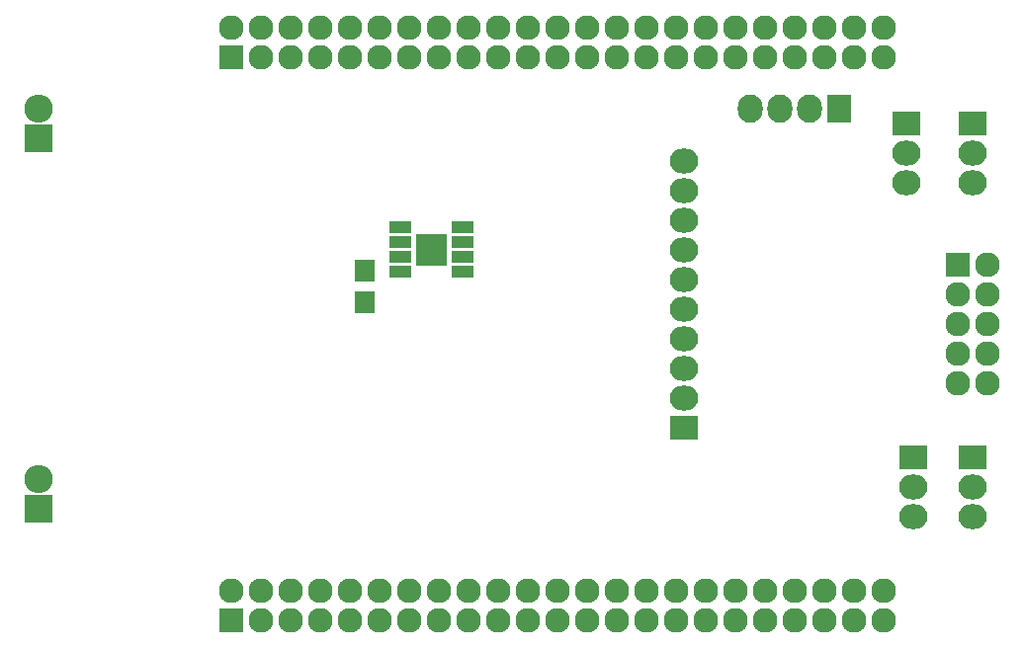
<source format=gbr>
G04 #@! TF.FileFunction,Soldermask,Bot*
%FSLAX46Y46*%
G04 Gerber Fmt 4.6, Leading zero omitted, Abs format (unit mm)*
G04 Created by KiCad (PCBNEW 4.0.3-1.fc24-product) date Sun Feb 19 21:37:44 2017*
%MOMM*%
%LPD*%
G01*
G04 APERTURE LIST*
%ADD10C,0.100000*%
%ADD11R,2.432000X2.432000*%
%ADD12O,2.432000X2.432000*%
%ADD13R,2.127200X2.127200*%
%ADD14O,2.127200X2.127200*%
%ADD15R,2.127200X2.432000*%
%ADD16O,2.127200X2.432000*%
%ADD17R,2.432000X2.127200*%
%ADD18O,2.432000X2.127200*%
%ADD19R,1.700000X1.900000*%
%ADD20R,1.950000X1.000000*%
%ADD21R,1.575000X1.575000*%
G04 APERTURE END LIST*
D10*
D11*
X27940000Y-36830000D03*
D12*
X27940000Y-34290000D03*
D11*
X27940000Y-68580000D03*
D12*
X27940000Y-66040000D03*
D13*
X44450000Y-78105000D03*
D14*
X44450000Y-75565000D03*
X46990000Y-78105000D03*
X46990000Y-75565000D03*
X49530000Y-78105000D03*
X49530000Y-75565000D03*
X52070000Y-78105000D03*
X52070000Y-75565000D03*
X54610000Y-78105000D03*
X54610000Y-75565000D03*
X57150000Y-78105000D03*
X57150000Y-75565000D03*
X59690000Y-78105000D03*
X59690000Y-75565000D03*
X62230000Y-78105000D03*
X62230000Y-75565000D03*
X64770000Y-78105000D03*
X64770000Y-75565000D03*
X67310000Y-78105000D03*
X67310000Y-75565000D03*
X69850000Y-78105000D03*
X69850000Y-75565000D03*
X72390000Y-78105000D03*
X72390000Y-75565000D03*
X74930000Y-78105000D03*
X74930000Y-75565000D03*
X77470000Y-78105000D03*
X77470000Y-75565000D03*
X80010000Y-78105000D03*
X80010000Y-75565000D03*
X82550000Y-78105000D03*
X82550000Y-75565000D03*
X85090000Y-78105000D03*
X85090000Y-75565000D03*
X87630000Y-78105000D03*
X87630000Y-75565000D03*
X90170000Y-78105000D03*
X90170000Y-75565000D03*
X92710000Y-78105000D03*
X92710000Y-75565000D03*
X95250000Y-78105000D03*
X95250000Y-75565000D03*
X97790000Y-78105000D03*
X97790000Y-75565000D03*
X100330000Y-78105000D03*
X100330000Y-75565000D03*
D13*
X44450000Y-29845000D03*
D14*
X44450000Y-27305000D03*
X46990000Y-29845000D03*
X46990000Y-27305000D03*
X49530000Y-29845000D03*
X49530000Y-27305000D03*
X52070000Y-29845000D03*
X52070000Y-27305000D03*
X54610000Y-29845000D03*
X54610000Y-27305000D03*
X57150000Y-29845000D03*
X57150000Y-27305000D03*
X59690000Y-29845000D03*
X59690000Y-27305000D03*
X62230000Y-29845000D03*
X62230000Y-27305000D03*
X64770000Y-29845000D03*
X64770000Y-27305000D03*
X67310000Y-29845000D03*
X67310000Y-27305000D03*
X69850000Y-29845000D03*
X69850000Y-27305000D03*
X72390000Y-29845000D03*
X72390000Y-27305000D03*
X74930000Y-29845000D03*
X74930000Y-27305000D03*
X77470000Y-29845000D03*
X77470000Y-27305000D03*
X80010000Y-29845000D03*
X80010000Y-27305000D03*
X82550000Y-29845000D03*
X82550000Y-27305000D03*
X85090000Y-29845000D03*
X85090000Y-27305000D03*
X87630000Y-29845000D03*
X87630000Y-27305000D03*
X90170000Y-29845000D03*
X90170000Y-27305000D03*
X92710000Y-29845000D03*
X92710000Y-27305000D03*
X95250000Y-29845000D03*
X95250000Y-27305000D03*
X97790000Y-29845000D03*
X97790000Y-27305000D03*
X100330000Y-29845000D03*
X100330000Y-27305000D03*
D13*
X106680000Y-47625000D03*
D14*
X109220000Y-47625000D03*
X106680000Y-50165000D03*
X109220000Y-50165000D03*
X106680000Y-52705000D03*
X109220000Y-52705000D03*
X106680000Y-55245000D03*
X109220000Y-55245000D03*
X106680000Y-57785000D03*
X109220000Y-57785000D03*
D15*
X96520000Y-34290000D03*
D16*
X93980000Y-34290000D03*
X91440000Y-34290000D03*
X88900000Y-34290000D03*
D17*
X107950000Y-35560000D03*
D18*
X107950000Y-38100000D03*
X107950000Y-40640000D03*
D17*
X102235000Y-35560000D03*
D18*
X102235000Y-38100000D03*
X102235000Y-40640000D03*
D17*
X102870000Y-64135000D03*
D18*
X102870000Y-66675000D03*
X102870000Y-69215000D03*
D17*
X107950000Y-64135000D03*
D18*
X107950000Y-66675000D03*
X107950000Y-69215000D03*
D17*
X83185000Y-61595000D03*
D18*
X83185000Y-59055000D03*
X83185000Y-56515000D03*
X83185000Y-53975000D03*
X83185000Y-51435000D03*
X83185000Y-48895000D03*
X83185000Y-46355000D03*
X83185000Y-43815000D03*
X83185000Y-41275000D03*
X83185000Y-38735000D03*
D19*
X55880000Y-48180000D03*
X55880000Y-50880000D03*
D20*
X64295000Y-44450000D03*
X64295000Y-45720000D03*
X64295000Y-46990000D03*
X64295000Y-48260000D03*
X58895000Y-48260000D03*
X58895000Y-46990000D03*
X58895000Y-45720000D03*
X58895000Y-44450000D03*
D21*
X61007500Y-46942500D03*
X61007500Y-45767500D03*
X62182500Y-46942500D03*
X62182500Y-45767500D03*
M02*

</source>
